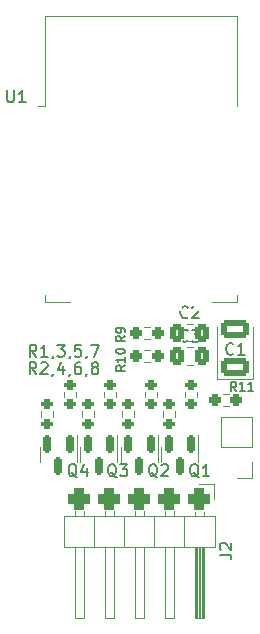
<source format=gto>
%TF.GenerationSoftware,KiCad,Pcbnew,(6.0.0)*%
%TF.CreationDate,2022-02-01T12:13:37+01:00*%
%TF.ProjectId,RGBW-Controller,52474257-2d43-46f6-9e74-726f6c6c6572,rev?*%
%TF.SameCoordinates,Original*%
%TF.FileFunction,Legend,Top*%
%TF.FilePolarity,Positive*%
%FSLAX46Y46*%
G04 Gerber Fmt 4.6, Leading zero omitted, Abs format (unit mm)*
G04 Created by KiCad (PCBNEW (6.0.0)) date 2022-02-01 12:13:37*
%MOMM*%
%LPD*%
G01*
G04 APERTURE LIST*
G04 Aperture macros list*
%AMRoundRect*
0 Rectangle with rounded corners*
0 $1 Rounding radius*
0 $2 $3 $4 $5 $6 $7 $8 $9 X,Y pos of 4 corners*
0 Add a 4 corners polygon primitive as box body*
4,1,4,$2,$3,$4,$5,$6,$7,$8,$9,$2,$3,0*
0 Add four circle primitives for the rounded corners*
1,1,$1+$1,$2,$3*
1,1,$1+$1,$4,$5*
1,1,$1+$1,$6,$7*
1,1,$1+$1,$8,$9*
0 Add four rect primitives between the rounded corners*
20,1,$1+$1,$2,$3,$4,$5,0*
20,1,$1+$1,$4,$5,$6,$7,0*
20,1,$1+$1,$6,$7,$8,$9,0*
20,1,$1+$1,$8,$9,$2,$3,0*%
G04 Aperture macros list end*
%ADD10C,0.150000*%
%ADD11C,0.120000*%
%ADD12RoundRect,0.250000X-0.337500X-0.475000X0.337500X-0.475000X0.337500X0.475000X-0.337500X0.475000X0*%
%ADD13RoundRect,0.200000X0.275000X-0.200000X0.275000X0.200000X-0.275000X0.200000X-0.275000X-0.200000X0*%
%ADD14RoundRect,0.237500X-0.250000X-0.237500X0.250000X-0.237500X0.250000X0.237500X-0.250000X0.237500X0*%
%ADD15RoundRect,0.150000X-0.150000X0.587500X-0.150000X-0.587500X0.150000X-0.587500X0.150000X0.587500X0*%
%ADD16RoundRect,0.450000X-0.450000X0.450000X-0.450000X-0.450000X0.450000X-0.450000X0.450000X0.450000X0*%
%ADD17RoundRect,0.200000X-0.275000X0.200000X-0.275000X-0.200000X0.275000X-0.200000X0.275000X0.200000X0*%
%ADD18R,2.500000X1.000000*%
%ADD19R,1.000000X1.800000*%
%ADD20RoundRect,0.250001X0.924999X-0.499999X0.924999X0.499999X-0.924999X0.499999X-0.924999X-0.499999X0*%
%ADD21R,1.700000X1.700000*%
%ADD22O,1.700000X1.700000*%
G04 APERTURE END LIST*
D10*
X127687676Y-80614780D02*
X127354342Y-80138590D01*
X127116247Y-80614780D02*
X127116247Y-79614780D01*
X127497200Y-79614780D01*
X127592438Y-79662400D01*
X127640057Y-79710019D01*
X127687676Y-79805257D01*
X127687676Y-79948114D01*
X127640057Y-80043352D01*
X127592438Y-80090971D01*
X127497200Y-80138590D01*
X127116247Y-80138590D01*
X128640057Y-80614780D02*
X128068628Y-80614780D01*
X128354342Y-80614780D02*
X128354342Y-79614780D01*
X128259104Y-79757638D01*
X128163866Y-79852876D01*
X128068628Y-79900495D01*
X129116247Y-80567161D02*
X129116247Y-80614780D01*
X129068628Y-80710019D01*
X129021009Y-80757638D01*
X129449580Y-79614780D02*
X130068628Y-79614780D01*
X129735295Y-79995733D01*
X129878152Y-79995733D01*
X129973390Y-80043352D01*
X130021009Y-80090971D01*
X130068628Y-80186209D01*
X130068628Y-80424304D01*
X130021009Y-80519542D01*
X129973390Y-80567161D01*
X129878152Y-80614780D01*
X129592438Y-80614780D01*
X129497200Y-80567161D01*
X129449580Y-80519542D01*
X130544819Y-80567161D02*
X130544819Y-80614780D01*
X130497200Y-80710019D01*
X130449580Y-80757638D01*
X131449580Y-79614780D02*
X130973390Y-79614780D01*
X130925771Y-80090971D01*
X130973390Y-80043352D01*
X131068628Y-79995733D01*
X131306723Y-79995733D01*
X131401961Y-80043352D01*
X131449580Y-80090971D01*
X131497200Y-80186209D01*
X131497200Y-80424304D01*
X131449580Y-80519542D01*
X131401961Y-80567161D01*
X131306723Y-80614780D01*
X131068628Y-80614780D01*
X130973390Y-80567161D01*
X130925771Y-80519542D01*
X131973390Y-80567161D02*
X131973390Y-80614780D01*
X131925771Y-80710019D01*
X131878152Y-80757638D01*
X132306723Y-79614780D02*
X132973390Y-79614780D01*
X132544819Y-80614780D01*
X144602657Y-83498885D02*
X144352657Y-83141742D01*
X144174085Y-83498885D02*
X144174085Y-82748885D01*
X144459800Y-82748885D01*
X144531228Y-82784600D01*
X144566942Y-82820314D01*
X144602657Y-82891742D01*
X144602657Y-82998885D01*
X144566942Y-83070314D01*
X144531228Y-83106028D01*
X144459800Y-83141742D01*
X144174085Y-83141742D01*
X145316942Y-83498885D02*
X144888371Y-83498885D01*
X145102657Y-83498885D02*
X145102657Y-82748885D01*
X145031228Y-82856028D01*
X144959800Y-82927457D01*
X144888371Y-82963171D01*
X146031228Y-83498885D02*
X145602657Y-83498885D01*
X145816942Y-83498885D02*
X145816942Y-82748885D01*
X145745514Y-82856028D01*
X145674085Y-82927457D01*
X145602657Y-82963171D01*
X135162485Y-78865000D02*
X134805342Y-79115000D01*
X135162485Y-79293571D02*
X134412485Y-79293571D01*
X134412485Y-79007857D01*
X134448200Y-78936428D01*
X134483914Y-78900714D01*
X134555342Y-78865000D01*
X134662485Y-78865000D01*
X134733914Y-78900714D01*
X134769628Y-78936428D01*
X134805342Y-79007857D01*
X134805342Y-79293571D01*
X135162485Y-78507857D02*
X135162485Y-78365000D01*
X135126771Y-78293571D01*
X135091057Y-78257857D01*
X134983914Y-78186428D01*
X134841057Y-78150714D01*
X134555342Y-78150714D01*
X134483914Y-78186428D01*
X134448200Y-78222142D01*
X134412485Y-78293571D01*
X134412485Y-78436428D01*
X134448200Y-78507857D01*
X134483914Y-78543571D01*
X134555342Y-78579285D01*
X134733914Y-78579285D01*
X134805342Y-78543571D01*
X134841057Y-78507857D01*
X134876771Y-78436428D01*
X134876771Y-78293571D01*
X134841057Y-78222142D01*
X134805342Y-78186428D01*
X134733914Y-78150714D01*
X127687676Y-82087980D02*
X127354342Y-81611790D01*
X127116247Y-82087980D02*
X127116247Y-81087980D01*
X127497200Y-81087980D01*
X127592438Y-81135600D01*
X127640057Y-81183219D01*
X127687676Y-81278457D01*
X127687676Y-81421314D01*
X127640057Y-81516552D01*
X127592438Y-81564171D01*
X127497200Y-81611790D01*
X127116247Y-81611790D01*
X128068628Y-81183219D02*
X128116247Y-81135600D01*
X128211485Y-81087980D01*
X128449580Y-81087980D01*
X128544819Y-81135600D01*
X128592438Y-81183219D01*
X128640057Y-81278457D01*
X128640057Y-81373695D01*
X128592438Y-81516552D01*
X128021009Y-82087980D01*
X128640057Y-82087980D01*
X129116247Y-82040361D02*
X129116247Y-82087980D01*
X129068628Y-82183219D01*
X129021009Y-82230838D01*
X129973390Y-81421314D02*
X129973390Y-82087980D01*
X129735295Y-81040361D02*
X129497200Y-81754647D01*
X130116247Y-81754647D01*
X130544819Y-82040361D02*
X130544819Y-82087980D01*
X130497200Y-82183219D01*
X130449580Y-82230838D01*
X131401961Y-81087980D02*
X131211485Y-81087980D01*
X131116247Y-81135600D01*
X131068628Y-81183219D01*
X130973390Y-81326076D01*
X130925771Y-81516552D01*
X130925771Y-81897504D01*
X130973390Y-81992742D01*
X131021009Y-82040361D01*
X131116247Y-82087980D01*
X131306723Y-82087980D01*
X131401961Y-82040361D01*
X131449580Y-81992742D01*
X131497200Y-81897504D01*
X131497200Y-81659409D01*
X131449580Y-81564171D01*
X131401961Y-81516552D01*
X131306723Y-81468933D01*
X131116247Y-81468933D01*
X131021009Y-81516552D01*
X130973390Y-81564171D01*
X130925771Y-81659409D01*
X131973390Y-82040361D02*
X131973390Y-82087980D01*
X131925771Y-82183219D01*
X131878152Y-82230838D01*
X132544819Y-81516552D02*
X132449580Y-81468933D01*
X132401961Y-81421314D01*
X132354342Y-81326076D01*
X132354342Y-81278457D01*
X132401961Y-81183219D01*
X132449580Y-81135600D01*
X132544819Y-81087980D01*
X132735295Y-81087980D01*
X132830533Y-81135600D01*
X132878152Y-81183219D01*
X132925771Y-81278457D01*
X132925771Y-81326076D01*
X132878152Y-81421314D01*
X132830533Y-81468933D01*
X132735295Y-81516552D01*
X132544819Y-81516552D01*
X132449580Y-81564171D01*
X132401961Y-81611790D01*
X132354342Y-81707028D01*
X132354342Y-81897504D01*
X132401961Y-81992742D01*
X132449580Y-82040361D01*
X132544819Y-82087980D01*
X132735295Y-82087980D01*
X132830533Y-82040361D01*
X132878152Y-81992742D01*
X132925771Y-81897504D01*
X132925771Y-81707028D01*
X132878152Y-81611790D01*
X132830533Y-81564171D01*
X132735295Y-81516552D01*
X135162485Y-81355742D02*
X134805342Y-81605742D01*
X135162485Y-81784314D02*
X134412485Y-81784314D01*
X134412485Y-81498600D01*
X134448200Y-81427171D01*
X134483914Y-81391457D01*
X134555342Y-81355742D01*
X134662485Y-81355742D01*
X134733914Y-81391457D01*
X134769628Y-81427171D01*
X134805342Y-81498600D01*
X134805342Y-81784314D01*
X135162485Y-80641457D02*
X135162485Y-81070028D01*
X135162485Y-80855742D02*
X134412485Y-80855742D01*
X134519628Y-80927171D01*
X134591057Y-80998600D01*
X134626771Y-81070028D01*
X134412485Y-80177171D02*
X134412485Y-80105742D01*
X134448200Y-80034314D01*
X134483914Y-79998600D01*
X134555342Y-79962885D01*
X134698200Y-79927171D01*
X134876771Y-79927171D01*
X135019628Y-79962885D01*
X135091057Y-79998600D01*
X135126771Y-80034314D01*
X135162485Y-80105742D01*
X135162485Y-80177171D01*
X135126771Y-80248600D01*
X135091057Y-80284314D01*
X135019628Y-80320028D01*
X134876771Y-80355742D01*
X134698200Y-80355742D01*
X134555342Y-80320028D01*
X134483914Y-80284314D01*
X134448200Y-80248600D01*
X134412485Y-80177171D01*
%TO.C,C3*%
X140498533Y-79245942D02*
X140450914Y-79293561D01*
X140308057Y-79341180D01*
X140212819Y-79341180D01*
X140069961Y-79293561D01*
X139974723Y-79198323D01*
X139927104Y-79103085D01*
X139879485Y-78912609D01*
X139879485Y-78769752D01*
X139927104Y-78579276D01*
X139974723Y-78484038D01*
X140069961Y-78388800D01*
X140212819Y-78341180D01*
X140308057Y-78341180D01*
X140450914Y-78388800D01*
X140498533Y-78436419D01*
X140831866Y-78341180D02*
X141450914Y-78341180D01*
X141117580Y-78722133D01*
X141260438Y-78722133D01*
X141355676Y-78769752D01*
X141403295Y-78817371D01*
X141450914Y-78912609D01*
X141450914Y-79150704D01*
X141403295Y-79245942D01*
X141355676Y-79293561D01*
X141260438Y-79341180D01*
X140974723Y-79341180D01*
X140879485Y-79293561D01*
X140831866Y-79245942D01*
%TO.C,C2*%
X140498533Y-77264742D02*
X140450914Y-77312361D01*
X140308057Y-77359980D01*
X140212819Y-77359980D01*
X140069961Y-77312361D01*
X139974723Y-77217123D01*
X139927104Y-77121885D01*
X139879485Y-76931409D01*
X139879485Y-76788552D01*
X139927104Y-76598076D01*
X139974723Y-76502838D01*
X140069961Y-76407600D01*
X140212819Y-76359980D01*
X140308057Y-76359980D01*
X140450914Y-76407600D01*
X140498533Y-76455219D01*
X140879485Y-76455219D02*
X140927104Y-76407600D01*
X141022342Y-76359980D01*
X141260438Y-76359980D01*
X141355676Y-76407600D01*
X141403295Y-76455219D01*
X141450914Y-76550457D01*
X141450914Y-76645695D01*
X141403295Y-76788552D01*
X140831866Y-77359980D01*
X141450914Y-77359980D01*
%TO.C,Q1*%
X141433561Y-90819219D02*
X141338323Y-90771600D01*
X141243085Y-90676361D01*
X141100228Y-90533504D01*
X141004990Y-90485885D01*
X140909752Y-90485885D01*
X140957371Y-90723980D02*
X140862133Y-90676361D01*
X140766895Y-90581123D01*
X140719276Y-90390647D01*
X140719276Y-90057314D01*
X140766895Y-89866838D01*
X140862133Y-89771600D01*
X140957371Y-89723980D01*
X141147847Y-89723980D01*
X141243085Y-89771600D01*
X141338323Y-89866838D01*
X141385942Y-90057314D01*
X141385942Y-90390647D01*
X141338323Y-90581123D01*
X141243085Y-90676361D01*
X141147847Y-90723980D01*
X140957371Y-90723980D01*
X142338323Y-90723980D02*
X141766895Y-90723980D01*
X142052609Y-90723980D02*
X142052609Y-89723980D01*
X141957371Y-89866838D01*
X141862133Y-89962076D01*
X141766895Y-90009695D01*
%TO.C,Q2*%
X137928361Y-90819219D02*
X137833123Y-90771600D01*
X137737885Y-90676361D01*
X137595028Y-90533504D01*
X137499790Y-90485885D01*
X137404552Y-90485885D01*
X137452171Y-90723980D02*
X137356933Y-90676361D01*
X137261695Y-90581123D01*
X137214076Y-90390647D01*
X137214076Y-90057314D01*
X137261695Y-89866838D01*
X137356933Y-89771600D01*
X137452171Y-89723980D01*
X137642647Y-89723980D01*
X137737885Y-89771600D01*
X137833123Y-89866838D01*
X137880742Y-90057314D01*
X137880742Y-90390647D01*
X137833123Y-90581123D01*
X137737885Y-90676361D01*
X137642647Y-90723980D01*
X137452171Y-90723980D01*
X138261695Y-89819219D02*
X138309314Y-89771600D01*
X138404552Y-89723980D01*
X138642647Y-89723980D01*
X138737885Y-89771600D01*
X138785504Y-89819219D01*
X138833123Y-89914457D01*
X138833123Y-90009695D01*
X138785504Y-90152552D01*
X138214076Y-90723980D01*
X138833123Y-90723980D01*
%TO.C,J2*%
X143195380Y-97371333D02*
X143909666Y-97371333D01*
X144052523Y-97418952D01*
X144147761Y-97514190D01*
X144195380Y-97657047D01*
X144195380Y-97752285D01*
X143290619Y-96942761D02*
X143243000Y-96895142D01*
X143195380Y-96799904D01*
X143195380Y-96561809D01*
X143243000Y-96466571D01*
X143290619Y-96418952D01*
X143385857Y-96371333D01*
X143481095Y-96371333D01*
X143623952Y-96418952D01*
X144195380Y-96990380D01*
X144195380Y-96371333D01*
%TO.C,U1*%
X125203095Y-58073380D02*
X125203095Y-58882904D01*
X125250714Y-58978142D01*
X125298333Y-59025761D01*
X125393571Y-59073380D01*
X125584047Y-59073380D01*
X125679285Y-59025761D01*
X125726904Y-58978142D01*
X125774523Y-58882904D01*
X125774523Y-58073380D01*
X126774523Y-59073380D02*
X126203095Y-59073380D01*
X126488809Y-59073380D02*
X126488809Y-58073380D01*
X126393571Y-58216238D01*
X126298333Y-58311476D01*
X126203095Y-58359095D01*
%TO.C,Q4*%
X131121161Y-90819219D02*
X131025923Y-90771600D01*
X130930685Y-90676361D01*
X130787828Y-90533504D01*
X130692590Y-90485885D01*
X130597352Y-90485885D01*
X130644971Y-90723980D02*
X130549733Y-90676361D01*
X130454495Y-90581123D01*
X130406876Y-90390647D01*
X130406876Y-90057314D01*
X130454495Y-89866838D01*
X130549733Y-89771600D01*
X130644971Y-89723980D01*
X130835447Y-89723980D01*
X130930685Y-89771600D01*
X131025923Y-89866838D01*
X131073542Y-90057314D01*
X131073542Y-90390647D01*
X131025923Y-90581123D01*
X130930685Y-90676361D01*
X130835447Y-90723980D01*
X130644971Y-90723980D01*
X131930685Y-90057314D02*
X131930685Y-90723980D01*
X131692590Y-89676361D02*
X131454495Y-90390647D01*
X132073542Y-90390647D01*
%TO.C,C1*%
X144359333Y-80367142D02*
X144311714Y-80414761D01*
X144168857Y-80462380D01*
X144073619Y-80462380D01*
X143930761Y-80414761D01*
X143835523Y-80319523D01*
X143787904Y-80224285D01*
X143740285Y-80033809D01*
X143740285Y-79890952D01*
X143787904Y-79700476D01*
X143835523Y-79605238D01*
X143930761Y-79510000D01*
X144073619Y-79462380D01*
X144168857Y-79462380D01*
X144311714Y-79510000D01*
X144359333Y-79557619D01*
X145311714Y-80462380D02*
X144740285Y-80462380D01*
X145026000Y-80462380D02*
X145026000Y-79462380D01*
X144930761Y-79605238D01*
X144835523Y-79700476D01*
X144740285Y-79748095D01*
%TO.C,Q3*%
X134473961Y-90819219D02*
X134378723Y-90771600D01*
X134283485Y-90676361D01*
X134140628Y-90533504D01*
X134045390Y-90485885D01*
X133950152Y-90485885D01*
X133997771Y-90723980D02*
X133902533Y-90676361D01*
X133807295Y-90581123D01*
X133759676Y-90390647D01*
X133759676Y-90057314D01*
X133807295Y-89866838D01*
X133902533Y-89771600D01*
X133997771Y-89723980D01*
X134188247Y-89723980D01*
X134283485Y-89771600D01*
X134378723Y-89866838D01*
X134426342Y-90057314D01*
X134426342Y-90390647D01*
X134378723Y-90581123D01*
X134283485Y-90676361D01*
X134188247Y-90723980D01*
X133997771Y-90723980D01*
X134759676Y-89723980D02*
X135378723Y-89723980D01*
X135045390Y-90104933D01*
X135188247Y-90104933D01*
X135283485Y-90152552D01*
X135331104Y-90200171D01*
X135378723Y-90295409D01*
X135378723Y-90533504D01*
X135331104Y-90628742D01*
X135283485Y-90676361D01*
X135188247Y-90723980D01*
X134902533Y-90723980D01*
X134807295Y-90676361D01*
X134759676Y-90628742D01*
D11*
%TO.C,C3*%
X140403948Y-79833800D02*
X140926452Y-79833800D01*
X140403948Y-81303800D02*
X140926452Y-81303800D01*
%TO.C,C2*%
X140403948Y-77852600D02*
X140926452Y-77852600D01*
X140403948Y-79322600D02*
X140926452Y-79322600D01*
%TO.C,R7*%
X131027700Y-84057258D02*
X131027700Y-83582742D01*
X129982700Y-84057258D02*
X129982700Y-83582742D01*
%TO.C,R11*%
X143458476Y-83754700D02*
X143967924Y-83754700D01*
X143458476Y-84799700D02*
X143967924Y-84799700D01*
%TO.C,Q1*%
X141387000Y-88900000D02*
X141387000Y-89550000D01*
X138267000Y-88900000D02*
X138267000Y-88250000D01*
X138267000Y-88900000D02*
X138267000Y-89550000D01*
X141387000Y-88900000D02*
X141387000Y-87225000D01*
%TO.C,Q2*%
X137958000Y-88900000D02*
X137958000Y-89550000D01*
X134838000Y-88900000D02*
X134838000Y-89550000D01*
X134838000Y-88900000D02*
X134838000Y-88250000D01*
X137958000Y-88900000D02*
X137958000Y-87225000D01*
%TO.C,J2*%
X134233000Y-96753000D02*
X134233000Y-102753000D01*
X136013000Y-102753000D02*
X136013000Y-96753000D01*
X136773000Y-96753000D02*
X136773000Y-102753000D01*
X129983000Y-96753000D02*
X142803000Y-96753000D01*
X130933000Y-102753000D02*
X130933000Y-96753000D01*
X141433000Y-96753000D02*
X141433000Y-102753000D01*
X139313000Y-96753000D02*
X139313000Y-102753000D01*
X133473000Y-93695929D02*
X133473000Y-94093000D01*
X142803000Y-96753000D02*
X142803000Y-94093000D01*
X138553000Y-93695929D02*
X138553000Y-94093000D01*
X130933000Y-93695929D02*
X130933000Y-94093000D01*
X139313000Y-93695929D02*
X139313000Y-94093000D01*
X141793000Y-96753000D02*
X141793000Y-102753000D01*
X142803000Y-94093000D02*
X129983000Y-94093000D01*
X131693000Y-102753000D02*
X130933000Y-102753000D01*
X131693000Y-93695929D02*
X131693000Y-94093000D01*
X136773000Y-102753000D02*
X136013000Y-102753000D01*
X138553000Y-102753000D02*
X138553000Y-96753000D01*
X137663000Y-94093000D02*
X137663000Y-96753000D01*
X134233000Y-102753000D02*
X133473000Y-102753000D01*
X141093000Y-102753000D02*
X141093000Y-96753000D01*
X136773000Y-93695929D02*
X136773000Y-94093000D01*
X129983000Y-94093000D02*
X129983000Y-96753000D01*
X132583000Y-94093000D02*
X132583000Y-96753000D01*
X141093000Y-93763000D02*
X141093000Y-94093000D01*
X141673000Y-96753000D02*
X141673000Y-102753000D01*
X141193000Y-96753000D02*
X141193000Y-102753000D01*
X136013000Y-93695929D02*
X136013000Y-94093000D01*
X141313000Y-96753000D02*
X141313000Y-102753000D01*
X135123000Y-94093000D02*
X135123000Y-96753000D01*
X140203000Y-94093000D02*
X140203000Y-96753000D01*
X141853000Y-96753000D02*
X141853000Y-102753000D01*
X133473000Y-102753000D02*
X133473000Y-96753000D01*
X141553000Y-96753000D02*
X141553000Y-102753000D01*
X142743000Y-91383000D02*
X142743000Y-92653000D01*
X141853000Y-93763000D02*
X141853000Y-94093000D01*
X139313000Y-102753000D02*
X138553000Y-102753000D01*
X131693000Y-96753000D02*
X131693000Y-102753000D01*
X134233000Y-93695929D02*
X134233000Y-94093000D01*
X141853000Y-102753000D02*
X141093000Y-102753000D01*
X141473000Y-91383000D02*
X142743000Y-91383000D01*
%TO.C,R4*%
X135955300Y-85208342D02*
X135955300Y-85682858D01*
X134910300Y-85208342D02*
X134910300Y-85682858D01*
%TO.C,R9*%
X136778276Y-79110100D02*
X137287724Y-79110100D01*
X136778276Y-78065100D02*
X137287724Y-78065100D01*
%TO.C,R1*%
X141289300Y-84057258D02*
X141289300Y-83582742D01*
X140244300Y-84057258D02*
X140244300Y-83582742D01*
%TO.C,R8*%
X129097300Y-85208342D02*
X129097300Y-85682858D01*
X128052300Y-85208342D02*
X128052300Y-85682858D01*
%TO.C,R3*%
X136840700Y-84057258D02*
X136840700Y-83582742D01*
X137885700Y-84057258D02*
X137885700Y-83582742D01*
%TO.C,U1*%
X144645000Y-76001000D02*
X142525000Y-76001000D01*
X130525000Y-76001000D02*
X128405000Y-76001000D01*
X128405000Y-76001000D02*
X128405000Y-75381000D01*
X144645000Y-51761000D02*
X144645000Y-59381000D01*
X128405000Y-59381000D02*
X127795000Y-59381000D01*
X128405000Y-51761000D02*
X144645000Y-51761000D01*
X128405000Y-59381000D02*
X128405000Y-51761000D01*
X144645000Y-75381000D02*
X144645000Y-76001000D01*
%TO.C,R10*%
X136778276Y-81091300D02*
X137287724Y-81091300D01*
X136778276Y-80046300D02*
X137287724Y-80046300D01*
%TO.C,Q4*%
X127980000Y-88900000D02*
X127980000Y-88250000D01*
X131100000Y-88900000D02*
X131100000Y-87225000D01*
X127980000Y-88900000D02*
X127980000Y-89550000D01*
X131100000Y-88900000D02*
X131100000Y-89550000D01*
%TO.C,R6*%
X132551700Y-85208342D02*
X132551700Y-85682858D01*
X131506700Y-85208342D02*
X131506700Y-85682858D01*
%TO.C,C1*%
X143016000Y-82518000D02*
X146036000Y-82518000D01*
X146036000Y-82518000D02*
X146036000Y-78133000D01*
X143016000Y-78133000D02*
X143016000Y-82518000D01*
%TO.C,R2*%
X138364700Y-85208342D02*
X138364700Y-85682858D01*
X139409700Y-85208342D02*
X139409700Y-85682858D01*
%TO.C,Q3*%
X134529000Y-88900000D02*
X134529000Y-89550000D01*
X131409000Y-88900000D02*
X131409000Y-88250000D01*
X131409000Y-88900000D02*
X131409000Y-89550000D01*
X134529000Y-88900000D02*
X134529000Y-87225000D01*
%TO.C,J1*%
X145957600Y-88290400D02*
X145957600Y-85690400D01*
X145957600Y-90890400D02*
X144627600Y-90890400D01*
X145957600Y-85690400D02*
X143297600Y-85690400D01*
X145957600Y-89560400D02*
X145957600Y-90890400D01*
X143297600Y-88290400D02*
X143297600Y-85690400D01*
X145957600Y-88290400D02*
X143297600Y-88290400D01*
%TO.C,R5*%
X134431300Y-84057258D02*
X134431300Y-83582742D01*
X133386300Y-84057258D02*
X133386300Y-83582742D01*
%TD*%
%LPC*%
D12*
%TO.C,C3*%
X139627700Y-80568800D03*
X141702700Y-80568800D03*
%TD*%
%TO.C,C2*%
X139627700Y-78587600D03*
X141702700Y-78587600D03*
%TD*%
D13*
%TO.C,R7*%
X130505200Y-84645000D03*
X130505200Y-82995000D03*
%TD*%
D14*
%TO.C,R11*%
X142800700Y-84277200D03*
X144625700Y-84277200D03*
%TD*%
D15*
%TO.C,Q1*%
X140777000Y-87962500D03*
X138877000Y-87962500D03*
X139827000Y-89837500D03*
%TD*%
%TO.C,Q2*%
X137348000Y-87962500D03*
X135448000Y-87962500D03*
X136398000Y-89837500D03*
%TD*%
D16*
%TO.C,J2*%
X141473000Y-92653000D03*
X138933000Y-92653000D03*
X136393000Y-92653000D03*
X133853000Y-92653000D03*
X131313000Y-92653000D03*
%TD*%
D17*
%TO.C,R4*%
X135432800Y-84620600D03*
X135432800Y-86270600D03*
%TD*%
D14*
%TO.C,R9*%
X136120500Y-78587600D03*
X137945500Y-78587600D03*
%TD*%
D13*
%TO.C,R1*%
X140766800Y-84645000D03*
X140766800Y-82995000D03*
%TD*%
D17*
%TO.C,R8*%
X128574800Y-84620600D03*
X128574800Y-86270600D03*
%TD*%
D13*
%TO.C,R3*%
X137363200Y-84645000D03*
X137363200Y-82995000D03*
%TD*%
D18*
%TO.C,U1*%
X128925000Y-60381000D03*
X128925000Y-62381000D03*
X128925000Y-64381000D03*
X128925000Y-66381000D03*
X128925000Y-68381000D03*
X128925000Y-70381000D03*
X128925000Y-72381000D03*
X128925000Y-74381000D03*
D19*
X131525000Y-75881000D03*
X133525000Y-75881000D03*
X135525000Y-75881000D03*
X137525000Y-75881000D03*
X139525000Y-75881000D03*
X141525000Y-75881000D03*
D18*
X144125000Y-74381000D03*
X144125000Y-72381000D03*
X144125000Y-70381000D03*
X144125000Y-68381000D03*
X144125000Y-66381000D03*
X144125000Y-64381000D03*
X144125000Y-62381000D03*
X144125000Y-60381000D03*
%TD*%
D14*
%TO.C,R10*%
X136120500Y-80568800D03*
X137945500Y-80568800D03*
%TD*%
D15*
%TO.C,Q4*%
X130490000Y-87962500D03*
X128590000Y-87962500D03*
X129540000Y-89837500D03*
%TD*%
D17*
%TO.C,R6*%
X132029200Y-84620600D03*
X132029200Y-86270600D03*
%TD*%
D20*
%TO.C,C1*%
X144526000Y-81508000D03*
X144526000Y-78258000D03*
%TD*%
D17*
%TO.C,R2*%
X138887200Y-84620600D03*
X138887200Y-86270600D03*
%TD*%
D15*
%TO.C,Q3*%
X133919000Y-87962500D03*
X132019000Y-87962500D03*
X132969000Y-89837500D03*
%TD*%
D21*
%TO.C,J1*%
X144627600Y-89560400D03*
D22*
X144627600Y-87020400D03*
%TD*%
D13*
%TO.C,R5*%
X133908800Y-84645000D03*
X133908800Y-82995000D03*
%TD*%
M02*

</source>
